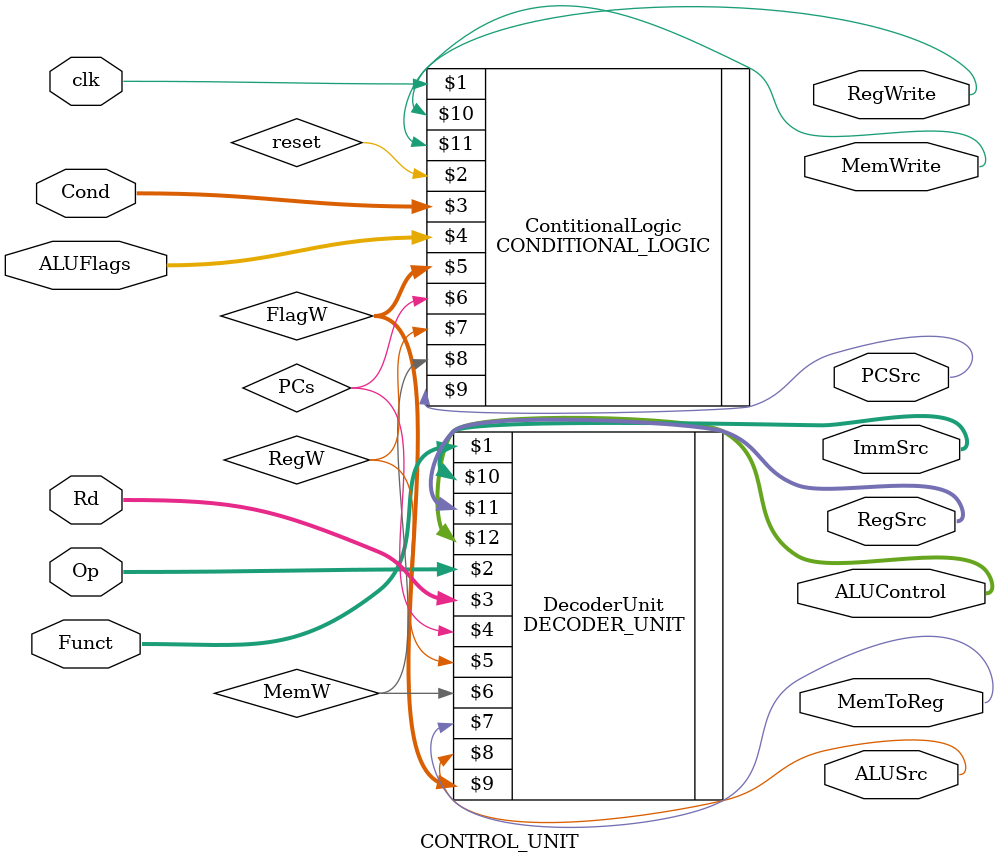
<source format=sv>
module CONTROL_UNIT(input logic clk, input logic [5:0] Funct, input logic [1:0] Op, input logic [3:0] Rd, Cond, ALUFlags,
						  output logic PCSrc, RegWrite, MemWrite, MemToReg, ALUSrc,
						  output logic [1:0] ImmSrc, RegSrc, ALUControl);
	//Main Decoder
	logic PCs, RegW, MemW;
	logic [1:0] FlagW;
	DECODER_UNIT DecoderUnit(Funct, Op, Rd, PCs, RegW, MemW, MemToReg, ALUSrc, FlagW, ImmSrc, RegSrc, ALUControl);
	
	//Conditional Logic
	logic reset;
	CONDITIONAL_LOGIC ContitionalLogic(clk, reset, Cond, ALUFlags, FlagW, PCs, RegW, MemW, PCSrc, RegWrite, MemWrite);
endmodule
</source>
